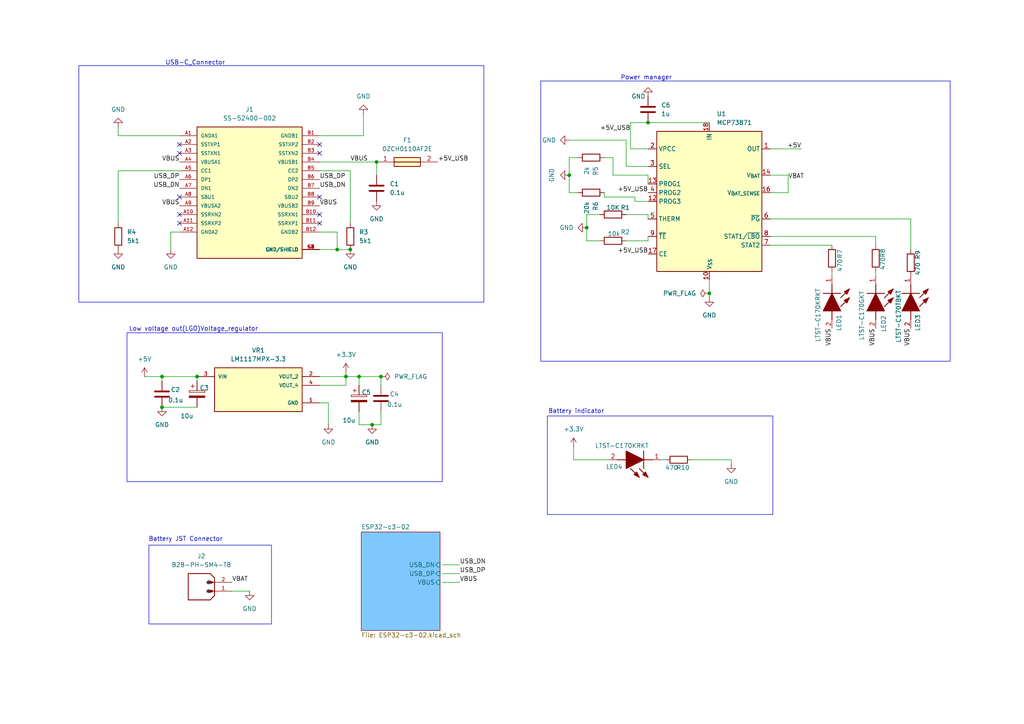
<source format=kicad_sch>
(kicad_sch (version 20250114) (generator "eeschema") (generator_version "9.0")
  (paper "A4")
  (title_block (title "Kowshik.pvt") (date "2025-08-17") (rev "ESP_32_s3"))
  (lib_symbols
    (symbol "0ZCH0110AF2E:0ZCH0110AF2E" (pin_names (hide yes))
      (property "Reference" "F" (at 13.97 6.35 0))
      (property "Value" "0ZCH0110AF2E" (at 13.97 3.81 0))
      (symbol "0ZCH0110AF2E_1_1"
        (rectangle (start 5.08 1.27) (end 12.7 -1.27) (stroke (width 0.254)) (fill (type background)))
        (polyline (pts (xy 5.08 0) (xy 12.7 0)) (stroke (width 0.254)))
        (pin passive line (at 0 0 0) (length 5.08) (name "1") (number "1"))
        (pin passive line (at 17.78 0 180) (length 5.08) (name "2") (number "2"))
      )
    )
    (symbol "B2B-PH-SM4-TB:B2B-PH-SM4-TB" (pin_names (offset 1.016))
      (property "Reference" "J" (at 0 6.35 0))
      (property "Value" "B2B-PH-SM4-TB" (at 0 -5.08 0))
      (symbol "B2B-PH-SM4-TB_0_0"
        (polyline (pts (xy 0 3.81) (xy 0 2.54)) (stroke (width 0.254)))
        (polyline (pts (xy 0 3.81) (xy 1.27 5.08)) (stroke (width 0.254)))
        (polyline (pts (xy 0 2.54) (xy 0 -1.27)) (stroke (width 0.254)))
        (polyline (pts (xy 0 2.54) (xy 1.905 2.54)) (stroke (width 0.254)))
        (polyline (pts (xy 0 0) (xy 1.905 0)) (stroke (width 0.254)))
        (polyline (pts (xy 0 -1.27) (xy 1.27 -2.54)) (stroke (width 0.254)))
        (rectangle (start 0.635 2.2225) (end 2.2225 2.8575) (stroke (width 0.1)) (fill (type outline)))
        (rectangle (start 0.635 -0.3175) (end 2.2225 0.3175) (stroke (width 0.1)) (fill (type outline)))
        (polyline (pts (xy 1.27 -2.54) (xy 7.62 -2.54)) (stroke (width 0.254)))
        (polyline (pts (xy 7.62 5.08) (xy 1.27 5.08)) (stroke (width 0.254)))
        (polyline (pts (xy 7.62 -2.54) (xy 7.62 5.08)) (stroke (width 0.254)))
        (pin passive line (at -5.08 2.54 0) (length 5.08) (name "1") (number "1"))
        (pin passive line (at -5.08 0 0) (length 5.08) (name "2") (number "2"))
      )
    )
    (symbol "Battery_Management:MCP73871"
      (property "Reference" "U" (at -7.62 24.13 0))
      (property "Value" "MCP73871" (at -15.24 21.59 0))
      (symbol "MCP73871_0_1"
        (rectangle (start -15.24 20.32) (end 15.24 -20.32) (stroke (width 0.254)) (fill (type background)))
      )
      (symbol "MCP73871_1_1"
        (pin input line (at -17.78 15.24 0) (length 2.54) (name "VPCC") (number "2"))
        (pin input line (at -17.78 10.16 0) (length 2.54) (name "SEL") (number "3"))
        (pin bidirectional line (at -17.78 5.08 0) (length 2.54) (name "PROG1") (number "13"))
        (pin input line (at -17.78 2.54 0) (length 2.54) (name "PROG2") (number "4"))
        (pin bidirectional line (at -17.78 0 0) (length 2.54) (name "PROG3") (number "12"))
        (pin bidirectional line (at -17.78 -5.08 0) (length 2.54) (name "THERM") (number "5"))
        (pin input line (at -17.78 -10.16 0) (length 2.54) (name "~{TE}") (number "9"))
        (pin input line (at -17.78 -15.24 0) (length 2.54) (name "CE") (number "17"))
        (pin power_in line (at 0 22.86 270) (length 2.54) (name "IN") (number "18"))
        (pin passive line (at 0 22.86 270) (length 2.54) (hide yes) (name "IN") (number "19"))
        (pin power_in line (at 0 -22.86 90) (length 2.54) (name "V_{SS}") (number "10"))
        (pin passive line (at 0 -22.86 90) (length 2.54) (hide yes) (name "V_{SS}") (number "11"))
        (pin passive line (at 0 -22.86 90) (length 2.54) (hide yes) (name "V_{SS}") (number "21"))
        (pin power_out line (at 17.78 15.24 180) (length 2.54) (name "OUT") (number "1"))
        (pin passive line (at 17.78 15.24 180) (length 2.54) (hide yes) (name "OUT") (number "20"))
        (pin power_out line (at 17.78 7.62 180) (length 2.54) (name "V_{BAT}") (number "14"))
        (pin passive line (at 17.78 7.62 180) (length 2.54) (hide yes) (name "V_{BAT}") (number "15"))
        (pin input line (at 17.78 2.54 180) (length 2.54) (name "V_{BAT_SENSE}") (number "16"))
        (pin open_collector line (at 17.78 -5.08 180) (length 2.54) (name "~{PG}") (number "6"))
        (pin open_collector line (at 17.78 -10.16 180) (length 2.54) (name "STAT1/~{LBO}") (number "8"))
        (pin open_collector line (at 17.78 -12.7 180) (length 2.54) (name "STAT2") (number "7"))
      )
    )
    (symbol "Device:C" (pin_numbers (hide yes)) (pin_names (offset 0.254))
      (property "Reference" "C" (at 0.635 2.54 0))
      (property "Value" "C" (at 0.635 -2.54 0))
      (symbol "C_0_1"
        (polyline (pts (xy -2.032 0.762) (xy 2.032 0.762)) (stroke (width 0.508)))
        (polyline (pts (xy -2.032 -0.762) (xy 2.032 -0.762)) (stroke (width 0.508)))
      )
      (symbol "C_1_1"
        (pin passive line (at 0 3.81 270) (length 2.794) (name "~") (number "1"))
        (pin passive line (at 0 -3.81 90) (length 2.794) (name "~") (number "2"))
      )
    )
    (symbol "Device:C_Polarized" (pin_numbers (hide yes)) (pin_names (offset 0.254))
      (property "Reference" "C" (at 0.635 2.54 0))
      (property "Value" "C_Polarized" (at 0.635 -2.54 0))
      (symbol "C_Polarized_0_1"
        (rectangle (start -2.286 0.508) (end 2.286 1.016))
        (polyline (pts (xy -1.778 2.286) (xy -0.762 2.286)))
        (polyline (pts (xy -1.27 2.794) (xy -1.27 1.778)))
        (rectangle (start 2.286 -0.508) (end -2.286 -1.016) (fill (type outline)))
      )
      (symbol "C_Polarized_1_1"
        (pin passive line (at 0 3.81 270) (length 2.794) (name "~") (number "1"))
        (pin passive line (at 0 -3.81 90) (length 2.794) (name "~") (number "2"))
      )
    )
    (symbol "Device:R" (pin_numbers (hide yes)) (pin_names (offset 0))
      (property "Reference" "R" (at 2.032 0 90))
      (property "Value" "R" (at 0 0 90))
      (symbol "R_0_1"
        (rectangle (start -1.016 -2.54) (end 1.016 2.54) (stroke (width 0.254)))
      )
      (symbol "R_1_1"
        (pin passive line (at 0 3.81 270) (length 1.27) (name "~") (number "1"))
        (pin passive line (at 0 -3.81 90) (length 1.27) (name "~") (number "2"))
      )
    )
    (symbol "LM1117MPX-3.3:LM1117MPX-3.3" (pin_names (offset 1.016))
      (property "Reference" "VR" (at -12.7 6.08 0))
      (property "Value" "LM1117MPX-3.3" (at -12.7 -9.08 0))
      (symbol "LM1117MPX-3.3_0_0"
        (rectangle (start -12.7 -7.62) (end 12.7 5.08) (stroke (width 0.254)) (fill (type background)))
        (pin power_in line (at -17.78 2.54 0) (length 5.08) (name "VIN") (number "3"))
        (pin power_in line (at 17.78 2.54 180) (length 5.08) (name "VOUT_2") (number "2"))
        (pin power_in line (at 17.78 0 180) (length 5.08) (name "VOUT_4") (number "4"))
        (pin power_in line (at 17.78 -5.08 180) (length 5.08) (name "GND") (number "1"))
      )
    )
    (symbol "LTST-C170GKT:LTST-C170GKT" (pin_names (hide yes))
      (property "Reference" "LED" (at 12.7 8.89 0))
      (property "Value" "LTST-C170GKT" (at 12.7 6.35 0))
      (symbol "LTST-C170GKT_1_1"
        (polyline (pts (xy 2.54 0) (xy 5.08 0)) (stroke (width 0.254)))
        (polyline (pts (xy 5.08 2.54) (xy 5.08 -2.54)) (stroke (width 0.254)))
        (polyline (pts (xy 5.08 0) (xy 10.16 2.54) (xy 10.16 -2.54) (xy 5.08 0)) (stroke (width 0.254)) (fill (type outline)))
        (polyline (pts (xy 5.334 4.318) (xy 4.572 3.556) (xy 3.81 5.08) (xy 5.334 4.318)) (stroke (width 0.254)) (fill (type outline)))
        (polyline (pts (xy 6.35 2.54) (xy 3.81 5.08)) (stroke (width 0.254)))
        (polyline (pts (xy 7.874 4.318) (xy 7.112 3.556) (xy 6.35 5.08) (xy 7.874 4.318)) (stroke (width 0.254)) (fill (type outline)))
        (polyline (pts (xy 8.89 2.54) (xy 6.35 5.08)) (stroke (width 0.254)))
        (polyline (pts (xy 10.16 0) (xy 12.7 0)) (stroke (width 0.254)))
        (pin passive line (at 0 0 0) (length 2.54) (name "K") (number "1"))
        (pin passive line (at 15.24 0 180) (length 2.54) (name "A") (number "2"))
      )
    )
    (symbol "LTST-C170KRKT:LTST-C170KRKT" (pin_names (hide yes))
      (property "Reference" "LED" (at 12.7 8.89 0))
      (property "Value" "LTST-C170KRKT" (at 12.7 6.35 0))
      (symbol "LTST-C170KRKT_1_1"
        (polyline (pts (xy 2.54 0) (xy 5.08 0)) (stroke (width 0.254)))
        (polyline (pts (xy 5.08 2.54) (xy 5.08 -2.54)) (stroke (width 0.254)))
        (polyline (pts (xy 5.08 0) (xy 10.16 2.54) (xy 10.16 -2.54) (xy 5.08 0)) (stroke (width 0.254)) (fill (type outline)))
        (polyline (pts (xy 5.334 4.318) (xy 4.572 3.556) (xy 3.81 5.08) (xy 5.334 4.318)) (stroke (width 0.254)) (fill (type outline)))
        (polyline (pts (xy 6.35 2.54) (xy 3.81 5.08)) (stroke (width 0.254)))
        (polyline (pts (xy 7.874 4.318) (xy 7.112 3.556) (xy 6.35 5.08) (xy 7.874 4.318)) (stroke (width 0.254)) (fill (type outline)))
        (polyline (pts (xy 8.89 2.54) (xy 6.35 5.08)) (stroke (width 0.254)))
        (polyline (pts (xy 10.16 0) (xy 12.7 0)) (stroke (width 0.254)))
        (pin passive line (at 0 0 0) (length 2.54) (name "K") (number "1"))
        (pin passive line (at 15.24 0 180) (length 2.54) (name "A") (number "2"))
      )
    )
    (symbol "LTST-C170TBKT:LTST-C170TBKT" (pin_names (hide yes))
      (property "Reference" "LED" (at 12.7 8.89 0))
      (property "Value" "LTST-C170TBKT" (at 12.7 6.35 0))
      (symbol "LTST-C170TBKT_1_1"
        (polyline (pts (xy 2.54 0) (xy 5.08 0)) (stroke (width 0.254)))
        (polyline (pts (xy 5.08 2.54) (xy 5.08 -2.54)) (stroke (width 0.254)))
        (polyline (pts (xy 5.08 0) (xy 10.16 2.54) (xy 10.16 -2.54) (xy 5.08 0)) (stroke (width 0.254)) (fill (type outline)))
        (polyline (pts (xy 5.334 4.318) (xy 4.572 3.556) (xy 3.81 5.08) (xy 5.334 4.318)) (stroke (width 0.254)) (fill (type outline)))
        (polyline (pts (xy 6.35 2.54) (xy 3.81 5.08)) (stroke (width 0.254)))
        (polyline (pts (xy 7.874 4.318) (xy 7.112 3.556) (xy 6.35 5.08) (xy 7.874 4.318)) (stroke (width 0.254)) (fill (type outline)))
        (polyline (pts (xy 8.89 2.54) (xy 6.35 5.08)) (stroke (width 0.254)))
        (polyline (pts (xy 10.16 0) (xy 12.7 0)) (stroke (width 0.254)))
        (pin passive line (at 0 0 0) (length 2.54) (name "K") (number "1"))
        (pin passive line (at 15.24 0 180) (length 2.54) (name "A") (number "2"))
      )
    )
    (symbol "SS-52400-002:SS-52400-002" (pin_names (offset 1.016))
      (property "Reference" "J" (at -15.24 19.05 0))
      (property "Value" "SS-52400-002" (at -15.24 -22.86 0))
      (symbol "SS-52400-002_0_0"
        (rectangle (start -15.24 -20.32) (end 15.24 17.78) (stroke (width 0.254)) (fill (type background)))
        (pin power_in line (at -20.32 15.24 0) (length 5.08) (name "GNDA1") (number "A1"))
        (pin bidirectional line (at -20.32 12.7 0) (length 5.08) (name "SSTXP1") (number "A2"))
        (pin bidirectional line (at -20.32 10.16 0) (length 5.08) (name "SSTXN1") (number "A3"))
        (pin power_in line (at -20.32 7.62 0) (length 5.08) (name "VBUSA1") (number "A4"))
        (pin bidirectional line (at -20.32 5.08 0) (length 5.08) (name "CC1") (number "A5"))
        (pin bidirectional line (at -20.32 2.54 0) (length 5.08) (name "DP1") (number "A6"))
        (pin bidirectional line (at -20.32 0 0) (length 5.08) (name "DN1") (number "A7"))
        (pin bidirectional line (at -20.32 -2.54 0) (length 5.08) (name "SBU1") (number "A8"))
        (pin power_in line (at -20.32 -5.08 0) (length 5.08) (name "VBUSA2") (number "A9"))
        (pin bidirectional line (at -20.32 -7.62 0) (length 5.08) (name "SSRXN2") (number "A10"))
        (pin bidirectional line (at -20.32 -10.16 0) (length 5.08) (name "SSRXP2") (number "A11"))
        (pin power_in line (at -20.32 -12.7 0) (length 5.08) (name "GNDA2") (number "A12"))
        (pin power_in line (at 20.32 15.24 180) (length 5.08) (name "GNDB1") (number "B1"))
        (pin bidirectional line (at 20.32 12.7 180) (length 5.08) (name "SSTXP2") (number "B2"))
        (pin bidirectional line (at 20.32 10.16 180) (length 5.08) (name "SSTXN2") (number "B3"))
        (pin power_in line (at 20.32 7.62 180) (length 5.08) (name "VBUSB1") (number "B4"))
        (pin bidirectional line (at 20.32 5.08 180) (length 5.08) (name "CC2") (number "B5"))
        (pin bidirectional line (at 20.32 2.54 180) (length 5.08) (name "DP2") (number "B6"))
        (pin bidirectional line (at 20.32 0 180) (length 5.08) (name "DN2") (number "B7"))
        (pin bidirectional line (at 20.32 -2.54 180) (length 5.08) (name "SBU2") (number "B8"))
        (pin power_in line (at 20.32 -5.08 180) (length 5.08) (name "VBUSB2") (number "B9"))
        (pin bidirectional line (at 20.32 -7.62 180) (length 5.08) (name "SSRXN1") (number "B10"))
        (pin bidirectional line (at 20.32 -10.16 180) (length 5.08) (name "SSRXP1") (number "B11"))
        (pin power_in line (at 20.32 -12.7 180) (length 5.08) (name "GNDB2") (number "B12"))
        (pin power_in line (at 20.32 -17.78 180) (length 5.08) (name "GND/SHIELD") (number "G1"))
        (pin power_in line (at 20.32 -17.78 180) (length 5.08) (name "GND/SHIELD") (number "G2"))
        (pin power_in line (at 20.32 -17.78 180) (length 5.08) (name "GND/SHIELD") (number "G3"))
        (pin power_in line (at 20.32 -17.78 180) (length 5.08) (name "GND/SHIELD") (number "G4"))
        (pin power_in line (at 20.32 -17.78 180) (length 5.08) (name "GND/SHIELD") (number "S1"))
        (pin power_in line (at 20.32 -17.78 180) (length 5.08) (name "GND/SHIELD") (number "S2"))
        (pin power_in line (at 20.32 -17.78 180) (length 5.08) (name "GND/SHIELD") (number "S3"))
        (pin power_in line (at 20.32 -17.78 180) (length 5.08) (name "GND/SHIELD") (number "S4"))
      )
    )
    (symbol "power:+3.3V" (power) (pin_numbers (hide yes)) (pin_names (offset 0) (hide yes))
      (property "Value" "+3.3V" (at 0 3.556 0))
      (symbol "+3.3V_0_1"
        (polyline (pts (xy -0.762 1.27) (xy 0 2.54)))
        (polyline (pts (xy 0 2.54) (xy 0.762 1.27)))
        (polyline (pts (xy 0 0) (xy 0 2.54)))
      )
      (symbol "+3.3V_1_1"
        (pin power_in line (at 0 0 90) (length 0) (name "~") (number "1"))
      )
    )
    (symbol "power:+5V" (power) (pin_numbers (hide yes)) (pin_names (offset 0) (hide yes))
      (property "Value" "+5V" (at 0 3.556 0))
      (symbol "+5V_0_1"
        (polyline (pts (xy -0.762 1.27) (xy 0 2.54)))
        (polyline (pts (xy 0 2.54) (xy 0.762 1.27)))
        (polyline (pts (xy 0 0) (xy 0 2.54)))
      )
      (symbol "+5V_1_1"
        (pin power_in line (at 0 0 90) (length 0) (name "~") (number "1"))
      )
    )
    (symbol "power:GND" (power) (pin_numbers (hide yes)) (pin_names (offset 0) (hide yes))
      (property "Value" "GND" (at 0 -3.81 0))
      (symbol "GND_0_1"
        (polyline (pts (xy 0 0) (xy 0 -1.27) (xy 1.27 -1.27) (xy 0 -2.54) (xy -1.27 -1.27) (xy 0 -1.27)))
      )
      (symbol "GND_1_1"
        (pin power_in line (at 0 0 270) (length 0) (name "~") (number "1"))
      )
    )
    (symbol "power:PWR_FLAG" (power) (pin_numbers (hide yes)) (pin_names (offset 0) (hide yes))
      (property "Value" "PWR_FLAG" (at 0 3.81 0))
      (symbol "PWR_FLAG_0_0"
        (pin power_out line (at 0 0 90) (length 0) (name "~") (number "1"))
      )
      (symbol "PWR_FLAG_0_1"
        (polyline (pts (xy 0 0) (xy 0 1.27) (xy -1.016 1.905) (xy 0 2.54) (xy 1.016 1.905) (xy 0 1.27)))
      )
    )
  )
  (rectangle (start 22.86 19.05) (end 140.335 87.63))
  (rectangle (start 156.845 23.495) (end 275.59 104.775))
  (rectangle (start 36.83 96.52) (end 128.27 139.7))
  (rectangle (start 158.75 120.65) (end 224.155 149.225))
  (rectangle (start 43.18 158.115) (end 78.74 180.975))
  (text "Power manager" (at 187.452 22.606 0) (effects (font (size 1.27 1.27))))
  (text "Battery indicator\n" (at 167.132 119.38 0) (effects (font (size 1.27 1.27))))
  (text "Low voltage out(LGO)Voltage_regulator" (at 56.134 95.504 0) (effects (font (size 1.27 1.27))))
  (text "Battery JST Connector" (at 53.848 156.464 0) (effects (font (size 1.27 1.27))))
  (text "USB-C_Connector" (at 56.642 18.288 0) (effects (font (size 1.27 1.27))))
  (junction (at 57.15 109.22))
  (junction (at 187.96 35.56))
  (junction (at 109.22 46.99))
  (junction (at 107.95 123.19))
  (junction (at 101.6 72.39))
  (junction (at 110.49 109.22))
  (junction (at 165.1 50.8))
  (junction (at 104.14 109.22))
  (junction (at 100.33 109.22))
  (junction (at 46.99 118.11))
  (junction (at 205.74 85.09))
  (junction (at 170.18 66.04))
  (junction (at 46.99 109.22))
  (junction (at 97.79 72.39))
  (no_connect (at 52.07 57.15))
  (no_connect (at 92.71 64.77))
  (no_connect (at 92.71 62.23))
  (no_connect (at 52.07 62.23))
  (no_connect (at 92.71 41.91))
  (no_connect (at 52.07 44.45))
  (no_connect (at 92.71 44.45))
  (no_connect (at 92.71 57.15))
  (no_connect (at 52.07 41.91))
  (no_connect (at 52.07 64.77))
  (wire (pts (xy 177.8 50.8) (xy 187.96 50.8)))
  (wire (pts (xy 128.27 168.91) (xy 133.35 168.91)))
  (wire (pts (xy 166.37 133.35) (xy 176.53 133.35)))
  (wire (pts (xy 177.8 45.72) (xy 175.26 45.72)))
  (wire (pts (xy 187.96 48.26) (xy 181.61 48.26)))
  (wire (pts (xy 187.96 35.56) (xy 205.74 35.56)))
  (wire (pts (xy 109.22 46.99) (xy 109.22 50.8)))
  (wire (pts (xy 167.64 45.72) (xy 165.1 45.72)))
  (wire (pts (xy 128.27 163.83) (xy 133.35 163.83)))
  (wire (pts (xy 104.14 111.76) (xy 104.14 109.22)))
  (wire (pts (xy 165.1 40.64) (xy 181.61 40.64)))
  (wire (pts (xy 52.07 67.31) (xy 49.53 67.31)))
  (wire (pts (xy 205.74 81.28) (xy 205.74 85.09)))
  (wire (pts (xy 187.96 69.85) (xy 181.61 69.85)))
  (wire (pts (xy 46.99 118.11) (xy 57.15 118.11)))
  (wire (pts (xy 92.71 67.31) (xy 97.79 67.31)))
  (wire (pts (xy 92.71 116.84) (xy 95.25 116.84)))
  (wire (pts (xy 104.14 123.19) (xy 107.95 123.19)))
  (wire (pts (xy 104.14 109.22) (xy 100.33 109.22)))
  (wire (pts (xy 182.88 35.56) (xy 187.96 35.56)))
  (wire (pts (xy 170.18 62.23) (xy 173.99 62.23)))
  (wire (pts (xy 223.52 68.58) (xy 254 68.58)))
  (wire (pts (xy 95.25 116.84) (xy 95.25 123.19)))
  (wire (pts (xy 264.16 72.39) (xy 264.16 63.5)))
  (wire (pts (xy 52.07 49.53) (xy 34.29 49.53)))
  (wire (pts (xy 187.96 50.8) (xy 187.96 53.34)))
  (wire (pts (xy 181.61 48.26) (xy 181.61 40.64)))
  (wire (pts (xy 205.74 85.09) (xy 205.74 86.36)))
  (wire (pts (xy 165.1 45.72) (xy 165.1 50.8)))
  (wire (pts (xy 254 78.74) (xy 254 80.01)))
  (wire (pts (xy 165.1 50.8) (xy 165.1 55.88)))
  (wire (pts (xy 191.77 133.35) (xy 193.04 133.35)))
  (wire (pts (xy 170.18 69.85) (xy 170.18 66.04)))
  (wire (pts (xy 184.15 58.42) (xy 184.15 57.15)))
  (wire (pts (xy 241.3 80.01) (xy 241.3 78.74)))
  (wire (pts (xy 92.71 46.99) (xy 109.22 46.99)))
  (wire (pts (xy 170.18 66.04) (xy 170.18 62.23)))
  (wire (pts (xy 100.33 111.76) (xy 100.33 109.22)))
  (wire (pts (xy 46.99 109.22) (xy 46.99 110.49)))
  (wire (pts (xy 52.07 39.37) (xy 34.29 39.37)))
  (wire (pts (xy 92.71 49.53) (xy 101.6 49.53)))
  (wire (pts (xy 100.33 109.22) (xy 100.33 107.95)))
  (wire (pts (xy 107.95 123.19) (xy 110.49 123.19)))
  (wire (pts (xy 175.26 57.15) (xy 175.26 55.88)))
  (wire (pts (xy 67.31 171.45) (xy 72.39 171.45)))
  (wire (pts (xy 41.91 109.22) (xy 46.99 109.22)))
  (wire (pts (xy 187.96 68.58) (xy 187.96 69.85)))
  (wire (pts (xy 223.52 71.12) (xy 241.3 71.12)))
  (wire (pts (xy 105.41 33.02) (xy 105.41 39.37)))
  (wire (pts (xy 97.79 72.39) (xy 101.6 72.39)))
  (wire (pts (xy 104.14 119.38) (xy 104.14 123.19)))
  (wire (pts (xy 212.09 133.35) (xy 212.09 134.62)))
  (wire (pts (xy 173.99 69.85) (xy 170.18 69.85)))
  (wire (pts (xy 228.6 55.88) (xy 228.6 50.8)))
  (wire (pts (xy 49.53 67.31) (xy 49.53 72.39)))
  (wire (pts (xy 101.6 49.53) (xy 101.6 64.77)))
  (wire (pts (xy 200.66 133.35) (xy 212.09 133.35)))
  (wire (pts (xy 92.71 109.22) (xy 100.33 109.22)))
  (wire (pts (xy 57.15 109.22) (xy 57.15 110.49)))
  (wire (pts (xy 184.15 57.15) (xy 175.26 57.15)))
  (wire (pts (xy 92.71 72.39) (xy 97.79 72.39)))
  (wire (pts (xy 264.16 63.5) (xy 223.52 63.5)))
  (wire (pts (xy 228.6 50.8) (xy 223.52 50.8)))
  (wire (pts (xy 187.96 43.18) (xy 182.88 43.18)))
  (wire (pts (xy 254 71.12) (xy 254 68.58)))
  (wire (pts (xy 34.29 49.53) (xy 34.29 64.77)))
  (wire (pts (xy 187.96 62.23) (xy 187.96 63.5)))
  (wire (pts (xy 110.49 119.38) (xy 110.49 123.19)))
  (wire (pts (xy 166.37 129.54) (xy 166.37 133.35)))
  (wire (pts (xy 181.61 62.23) (xy 187.96 62.23)))
  (wire (pts (xy 92.71 111.76) (xy 100.33 111.76)))
  (wire (pts (xy 110.49 111.76) (xy 110.49 109.22)))
  (wire (pts (xy 223.52 55.88) (xy 228.6 55.88)))
  (wire (pts (xy 128.27 166.37) (xy 133.35 166.37)))
  (wire (pts (xy 177.8 45.72) (xy 177.8 50.8)))
  (wire (pts (xy 187.96 58.42) (xy 184.15 58.42)))
  (wire (pts (xy 223.52 43.18) (xy 232.41 43.18)))
  (wire (pts (xy 46.99 109.22) (xy 57.15 109.22)))
  (wire (pts (xy 92.71 39.37) (xy 105.41 39.37)))
  (wire (pts (xy 97.79 67.31) (xy 97.79 72.39)))
  (wire (pts (xy 34.29 39.37) (xy 34.29 36.83)))
  (wire (pts (xy 110.49 109.22) (xy 104.14 109.22)))
  (wire (pts (xy 182.88 43.18) (xy 182.88 35.56)))
  (wire (pts (xy 165.1 55.88) (xy 167.64 55.88)))
  (label "+5V_USB" (at 127 46.99 0))
  (label "+5V" (at 232.41 43.18 180))
  (label "VBUS" (at 133.35 168.91 0))
  (label "VBUS" (at 101.6 46.99 0))
  (label "+5V_USB" (at 187.96 55.88 180))
  (label "+5V_USB" (at 182.88 38.1 180))
  (label "VBAT" (at 228.6 52.07 0))
  (label "USB_DN" (at 52.07 54.61 180))
  (label "+5V_USB" (at 187.96 73.66 180))
  (label "VBUS" (at 241.3 95.25 270))
  (label "USB_DN" (at 133.35 163.83 0))
  (label "USB_DN" (at 92.71 54.61 0))
  (label "VBUS" (at 92.71 59.69 0))
  (label "VBUS" (at 254 95.25 270))
  (label "USB_DP" (at 92.71 52.07 0))
  (label "VBUS" (at 52.07 59.69 180))
  (label "VBUS" (at 52.07 46.99 180))
  (label "USB_DP" (at 133.35 166.37 0))
  (label "VBAT" (at 67.31 168.91 0))
  (label "VBUS" (at 264.16 95.25 270))
  (label "USB_DP" (at 52.07 52.07 180))
  (symbol (lib_id "Device:C") (at 187.96 31.75 0) (unit 1)
    (property "Reference" "C6" (at 191.77 30.4799 0) (effects (justify left)))
    (property "Value" "1u" (at 191.77 33.0199 0) (effects (justify left)))
    (property "Description" "Unpolarized capacitor" (effects (hide yes)))
  )
  (symbol (lib_id "Device:C_Polarized") (at 57.15 114.3 0) (unit 1)
    (property "Reference" "C3" (at 57.912 112.522 0) (effects (justify left)))
    (property "Value" "10u" (at 52.324 120.65 0) (effects (justify left)))
    (property "Description" "Polarized capacitor" (effects (hide yes)))
  )
  (symbol (lib_id "Device:R") (at 171.45 55.88 270) (unit 1)
    (property "Reference" "R6" (at 172.7201 58.42 0) (effects (justify left)))
    (property "Value" "20k" (at 170.1801 58.42 0) (effects (justify left)))
    (property "Description" "Resistor" (effects (hide yes)))
  )
  (symbol (lib_id "power:PWR_FLAG") (at 110.49 109.22 270) (unit 1)
    (property "Reference" "#FLG02" (effects (hide yes)))
    (property "Value" "PWR_FLAG" (at 114.3 109.2199 90) (effects (justify left)))
    (property "Description" "Special symbol for telling ERC where power comes from" (effects (hide yes)))
  )
  (symbol (lib_id "power:GND") (at 187.96 27.94 180) (unit 1)
    (property "Reference" "#PWR010" (effects (hide yes)))
    (property "Value" "GND" (at 185.166 27.94 0))
    (property "Description" "Power symbol creates a global label with name \"GND\" , ground" (effects (hide yes)))
  )
  (symbol (lib_id "Device:C_Polarized") (at 104.14 115.57 0) (unit 1)
    (property "Reference" "C5" (at 104.902 113.792 0) (effects (justify left)))
    (property "Value" "10u" (at 99.314 121.92 0) (effects (justify left)))
    (property "Description" "Polarized capacitor" (effects (hide yes)))
  )
  (symbol (lib_id "power:GND") (at 212.09 134.62 0) (unit 1)
    (property "Reference" "#PWR018" (effects (hide yes)))
    (property "Value" "GND" (at 212.09 139.7 0))
    (property "Description" "Power symbol creates a global label with name \"GND\" , ground" (effects (hide yes)))
  )
  (symbol (lib_id "Battery_Management:MCP73871") (at 205.74 58.42 0) (unit 1)
    (property "Reference" "U1" (at 207.8833 33.02 0) (effects (justify left)))
    (property "Value" "MCP73871" (at 207.8833 35.56 0) (effects (justify left)))
    (property "Footprint" "Package_DFN_QFN:QFN-20-1EP_4x4mm_P0.5mm_EP2.5x2.5mm" (effects (hide yes)))
    (property "Datasheet" "http://www.mouser.com/ds/2/268/22090a-52174.pdf" (effects (hide yes)))
    (property "Description" "Single cell, Li-Ion/Li-Po charge management controller" (effects (hide yes)))
  )
  (symbol (lib_id "Device:R") (at 177.8 62.23 90) (unit 1)
    (property "Reference" "R1" (at 181.356 60.198 90))
    (property "Value" "10K" (at 177.8 60.198 90))
    (property "Description" "Resistor" (effects (hide yes)))
  )
  (symbol (lib_id "power:GND") (at 34.29 36.83 180) (unit 1)
    (property "Reference" "#PWR06" (effects (hide yes)))
    (property "Value" "GND" (at 34.29 31.75 0))
    (property "Description" "Power symbol creates a global label with name \"GND\" , ground" (effects (hide yes)))
  )
  (symbol (lib_id "Device:C") (at 46.99 114.3 0) (unit 1)
    (property "Reference" "C2" (at 49.53 113.03 0) (effects (justify left)))
    (property "Value" "0.1u" (at 48.768 116.078 0) (effects (justify left)))
    (property "Description" "Unpolarized capacitor" (effects (hide yes)))
  )
  (symbol (lib_id "power:GND") (at 46.99 118.11 0) (unit 1)
    (property "Reference" "#PWR011" (effects (hide yes)))
    (property "Value" "GND" (at 46.99 123.19 0))
    (property "Description" "Power symbol creates a global label with name \"GND\" , ground" (effects (hide yes)))
  )
  (symbol (lib_id "Device:R") (at 241.3 74.93 0) (unit 1)
    (property "Reference" "R7" (at 243.586 73.66 90))
    (property "Value" "470" (at 243.586 76.962 90))
    (property "Description" "Resistor" (effects (hide yes)))
  )
  (symbol (lib_id "power:GND") (at 107.95 123.19 0) (unit 1)
    (property "Reference" "#PWR013" (effects (hide yes)))
    (property "Value" "GND" (at 107.95 128.27 0))
    (property "Description" "Power symbol creates a global label with name \"GND\" , ground" (effects (hide yes)))
  )
  (symbol (lib_id "power:GND") (at 49.53 72.39 0) (unit 1)
    (property "Reference" "#PWR05" (effects (hide yes)))
    (property "Value" "GND" (at 49.53 77.47 0))
    (property "Description" "Power symbol creates a global label with name \"GND\" , ground" (effects (hide yes)))
  )
  (symbol (lib_id "power:GND") (at 165.1 40.64 270) (unit 1)
    (property "Reference" "#PWR054" (effects (hide yes)))
    (property "Value" "GND" (at 161.29 40.6399 90) (effects (justify right)))
    (property "Description" "Power symbol creates a global label with name \"GND\" , ground" (effects (hide yes)))
  )
  (symbol (lib_id "power:PWR_FLAG") (at 205.74 85.09 90) (unit 1)
    (property "Reference" "#FLG01" (effects (hide yes)))
    (property "Value" "PWR_FLAG" (at 201.93 85.0899 90) (effects (justify left)))
    (property "Description" "Special symbol for telling ERC where power comes from" (effects (hide yes)))
  )
  (symbol (lib_id "Device:C") (at 109.22 54.61 0) (unit 1)
    (property "Reference" "C1" (at 113.03 53.3399 0) (effects (justify left)))
    (property "Value" "0.1u" (at 113.03 55.8799 0) (effects (justify left)))
    (property "Description" "Unpolarized capacitor" (effects (hide yes)))
  )
  (symbol (lib_id "SS-52400-002:SS-52400-002") (at 72.39 54.61 0) (unit 1)
    (property "Reference" "J1" (at 72.39 31.75 0))
    (property "Value" "SS-52400-002" (at 72.39 34.29 0))
    (property "Footprint" "SS-52400-002:BELFUSE_SS-52400-002" (effects (hide yes)))
    (property "MF" "Bel Fuse" (effects (hide yes)))
    (property "MAXIMUM_PACKAGE_HEIGHT" "2.96 mm" (effects (hide yes)))
    (property "Package" "None" (effects (hide yes)))
    (property "Price" "None" (effects (hide yes)))
    (property "Check_prices" "https://www.snapeda.com/parts/SS-52400-002/Bel+Circuit+Protection/view-part/?ref=eda" (effects (hide yes)))
    (property "STANDARD" "Manufacturer Recommendations" (effects (hide yes)))
    (property "PARTREV" "A0" (effects (hide yes)))
    (property "SnapEDA_Link" "https://www.snapeda.com/parts/SS-52400-002/Bel+Circuit+Protection/view-part/?ref=snap" (effects (hide yes)))
    (property "MP" "SS-52400-002" (effects (hide yes)))
    (property "Description_1" "USB Type-C Connector | USB 3.1 | 1 Port | Right Angle Receptacle | Shielded | 0.039 in (1.00mm) PCB Thickness" (effects (hide yes)))
    (property "Availability" "In Stock" (effects (hide yes)))
    (property "MANUFACTURER" "BelFuse" (effects (hide yes)))
  )
  (symbol (lib_id "Device:R") (at 101.6 68.58 0) (unit 1)
    (property "Reference" "R3" (at 104.14 67.3099 0) (effects (justify left)))
    (property "Value" "5k1" (at 104.14 69.8499 0) (effects (justify left)))
    (property "Description" "Resistor" (effects (hide yes)))
  )
  (symbol (lib_id "LTST-C170GKT:LTST-C170GKT") (at 254 80.01 270) (unit 1)
    (property "Reference" "LED2" (at 256.286 91.44 0) (effects (justify left)))
    (property "Value" "LTST-C170GKT" (at 249.936 84.328 0) (effects (justify left)))
    (property "Footprint" "LEDC2012X120N" (effects (hide yes)))
    (property "Datasheet" "https://mm.digikey.com/Volume0/opasdata/d220001/medias/docus/895/LTST-C170GKT.pdf" (effects (hide yes)))
    (property "Description" "LED,SMD,0805,Green,6mcd,130deg Lite-On LTST-C170GKT, CHIPLED 0805 Series Green LED, 569 nm 2012 (0805), Rectangle Lens SMD package" (effects (hide yes)))
    (property "Height" "1.2" (effects (hide yes)))
    (property "Manufacturer_Name" "Lite-On" (effects (hide yes)))
    (property "Manufacturer_Part_Number" "LTST-C170GKT" (effects (hide yes)))
    (property "Mouser Part Number" "859-LTST-C170GKT" (effects (hide yes)))
    (property "Mouser Price/Stock" "https://www.mouser.co.uk/ProductDetail/Lite-On/LTST-C170GKT?qs=%2FSqKn2EfXQSV5aRij3YIfQ%3D%3D" (effects (hide yes)))
    (property "Arrow Part Number" "LTST-C170GKT" (effects (hide yes)))
    (property "Arrow Price/Stock" "https://www.arrow.com/en/products/ltst-c170gkt/lite-on-technology?utm_currency=USD&region=nac" (effects (hide yes)))
  )
  (symbol (lib_id "power:GND") (at 109.22 58.42 0) (unit 1)
    (property "Reference" "#PWR08" (effects (hide yes)))
    (property "Value" "GND" (at 109.22 63.5 0))
    (property "Description" "Power symbol creates a global label with name \"GND\" , ground" (effects (hide yes)))
  )
  (symbol (lib_id "Device:R") (at 264.16 76.2 0) (unit 1)
    (property "Reference" "R9" (at 266.192 73.914 90))
    (property "Value" "470" (at 266.192 77.978 90))
    (property "Description" "Resistor" (effects (hide yes)))
  )
  (symbol (lib_id "power:GND") (at 105.41 33.02 180) (unit 1)
    (property "Reference" "#PWR07" (effects (hide yes)))
    (property "Value" "GND" (at 105.41 27.94 0))
    (property "Description" "Power symbol creates a global label with name \"GND\" , ground" (effects (hide yes)))
  )
  (symbol (lib_id "B2B-PH-SM4-TB:B2B-PH-SM4-TB") (at 62.23 168.91 180) (unit 1)
    (property "Reference" "J2" (at 58.42 161.29 0))
    (property "Value" "B2B-PH-SM4-TB" (at 58.42 163.83 0))
    (property "Footprint" "B2B-PH-SM4-TB:JST_B2B-PH-SM4-TB" (effects (hide yes)))
    (property "MF" "JST" (effects (hide yes)))
    (property "MAXIMUM_PACKAGE_HEIGHT" "6.6 mm" (effects (hide yes)))
    (property "Package" "NON STANDARD-2 JST" (effects (hide yes)))
    (property "Price" "None" (effects (hide yes)))
    (property "Check_prices" "https://www.snapeda.com/parts/B2B-PH-SM4-TB/JST/view-part/?ref=eda" (effects (hide yes)))
    (property "STANDARD" "Manufacturer Recommendations" (effects (hide yes)))
    (property "PARTREV" "N/A" (effects (hide yes)))
    (property "SnapEDA_Link" "https://www.snapeda.com/parts/B2B-PH-SM4-TB/JST/view-part/?ref=snap" (effects (hide yes)))
    (property "MP" "B2B-PH-SM4-TB" (effects (hide yes)))
    (property "Description_1" "Connector Header Surface Mount 2 position 0.079 (2.00mm)" (effects (hide yes)))
    (property "Availability" "In Stock" (effects (hide yes)))
    (property "MANUFACTURER" "JST" (effects (hide yes)))
  )
  (symbol (lib_id "power:GND") (at 205.74 86.36 0) (unit 1)
    (property "Reference" "#PWR09" (effects (hide yes)))
    (property "Value" "GND" (at 205.74 91.44 0))
    (property "Description" "Power symbol creates a global label with name \"GND\" , ground" (effects (hide yes)))
  )
  (symbol (lib_id "power:+5V") (at 41.91 109.22 0) (unit 1)
    (property "Reference" "#PWR015" (effects (hide yes)))
    (property "Value" "+5V" (at 41.91 104.14 0))
    (property "Description" "Power symbol creates a global label with name \"+5V\"" (effects (hide yes)))
  )
  (symbol (lib_id "Device:R") (at 177.8 69.85 90) (unit 1)
    (property "Reference" "R2" (at 181.356 67.31 90))
    (property "Value" "10k" (at 178.054 67.818 90))
    (property "Description" "Resistor" (effects (hide yes)))
  )
  (symbol (lib_id "Device:C") (at 110.49 115.57 0) (unit 1)
    (property "Reference" "C4" (at 113.03 114.3 0) (effects (justify left)))
    (property "Value" "0.1u" (at 112.268 117.348 0) (effects (justify left)))
    (property "Description" "Unpolarized capacitor" (effects (hide yes)))
  )
  (symbol (lib_id "power:GND") (at 34.29 72.39 0) (unit 1)
    (property "Reference" "#PWR04" (effects (hide yes)))
    (property "Value" "GND" (at 34.29 77.47 0))
    (property "Description" "Power symbol creates a global label with name \"GND\" , ground" (effects (hide yes)))
  )
  (symbol (lib_id "power:+3.3V") (at 100.33 107.95 0) (unit 1)
    (property "Reference" "#PWR012" (effects (hide yes)))
    (property "Value" "+3.3V" (at 100.33 102.87 0))
    (property "Description" "Power symbol creates a global label with name \"+3.3V\"" (effects (hide yes)))
  )
  (symbol (lib_id "power:GND") (at 170.18 66.04 270) (unit 1)
    (property "Reference" "#PWR01" (effects (hide yes)))
    (property "Value" "GND" (at 166.37 66.0399 90) (effects (justify right)))
    (property "Description" "Power symbol creates a global label with name \"GND\" , ground" (effects (hide yes)))
  )
  (symbol (lib_id "Device:R") (at 254 74.93 0) (unit 1)
    (property "Reference" "R8" (at 256.032 73.406 90))
    (property "Value" "470" (at 256.032 76.454 90))
    (property "Description" "Resistor" (effects (hide yes)))
  )
  (symbol (lib_id "power:GND") (at 72.39 171.45 0) (unit 1)
    (property "Reference" "#PWR016" (effects (hide yes)))
    (property "Value" "GND" (at 72.39 176.53 0))
    (property "Description" "Power symbol creates a global label with name \"GND\" , ground" (effects (hide yes)))
  )
  (symbol (lib_id "LTST-C170KRKT:LTST-C170KRKT") (at 191.77 133.35 180) (unit 1)
    (property "Reference" "LED4" (at 180.594 135.382 0) (effects (justify left)))
    (property "Value" "LTST-C170KRKT" (at 188.214 129.286 0) (effects (justify left)))
    (property "Footprint" "LEDC2012X120N" (effects (hide yes)))
    (property "Datasheet" "https://componentsearchengine.com/Datasheets/1/LTST-C170KRKT.pdf" (effects (hide yes)))
    (property "Description" "Standard LEDs - SMD Red Clear 631nm" (effects (hide yes)))
    (property "Height" "1.2" (effects (hide yes)))
    (property "Manufacturer_Name" "Lite-On" (effects (hide yes)))
    (property "Manufacturer_Part_Number" "LTST-C170KRKT" (effects (hide yes)))
    (property "Mouser Part Number" "859-LTST-C170KRKT" (effects (hide yes)))
    (property "Mouser Price/Stock" "https://www.mouser.co.uk/ProductDetail/Lite-On/LTST-C170KRKT?qs=NUb82WqeCyrVOID%2Fxt4rgA%3D%3D" (effects (hide yes)))
    (property "Arrow Part Number" "LTST-C170KRKT" (effects (hide yes)))
    (property "Arrow Price/Stock" "https://www.arrow.com/en/products/ltst-c170krkt/lite-on-technology?utm_currency=USD&region=nac" (effects (hide yes)))
  )
  (symbol (lib_id "LM1117MPX-3.3:LM1117MPX-3.3") (at 74.93 111.76 0) (unit 1)
    (property "Reference" "VR1" (at 74.93 101.6 0))
    (property "Value" "LM1117MPX-3.3" (at 74.93 104.14 0))
    (property "Footprint" "LM1117MPX-3.3:VREG_LM1117MPX-3.3" (effects (hide yes)))
    (property "MF" "onsemi" (effects (hide yes)))
    (property "DESCRIPTION" "800-mA 15-V linear voltage regulator 4-SOT-223" (effects (hide yes)))
    (property "PACKAGE" "SOT-223-4 Texas Instruments" (effects (hide yes)))
    (property "PRICE" "None" (effects (hide yes)))
    (property "Package" "SOT-223-4 ON Semiconductor" (effects (hide yes)))
    (property "Check_prices" "https://www.snapeda.com/parts/LM1117MPX-33NOPB/Onsemi/view-part/?ref=eda" (effects (hide yes)))
    (property "Price" "None" (effects (hide yes)))
    (property "SnapEDA_Link" "https://www.snapeda.com/parts/LM1117MPX-33NOPB/Onsemi/view-part/?ref=snap" (effects (hide yes)))
    (property "MP" "LM1117MPX-33NOPB" (effects (hide yes)))
    (property "Description_1" "Linear Voltage Regulator IC Positive Fixed 1 Output 800mA SOT-223" (effects (hide yes)))
    (property "Availability" "In Stock" (effects (hide yes)))
    (property "AVAILABILITY" "Warning" (effects (hide yes)))
    (property "PURCHASE-URL" "https://pricing.snapeda.com/search/part/LM1117MPX-3.3/?ref=eda" (effects (hide yes)))
  )
  (symbol (lib_id "power:GND") (at 165.1 50.8 270) (unit 1)
    (property "Reference" "#PWR02" (effects (hide yes)))
    (property "Value" "GND" (at 160.02 50.8 0))
    (property "Description" "Power symbol creates a global label with name \"GND\" , ground" (effects (hide yes)))
  )
  (symbol (lib_id "LTST-C170KRKT:LTST-C170KRKT") (at 241.3 80.01 270) (unit 1)
    (property "Reference" "LED1" (at 243.332 91.186 0) (effects (justify left)))
    (property "Value" "LTST-C170KRKT" (at 237.236 83.566 0) (effects (justify left)))
    (property "Footprint" "LEDC2012X120N" (effects (hide yes)))
    (property "Datasheet" "https://componentsearchengine.com/Datasheets/1/LTST-C170KRKT.pdf" (effects (hide yes)))
    (property "Description" "Standard LEDs - SMD Red Clear 631nm" (effects (hide yes)))
    (property "Height" "1.2" (effects (hide yes)))
    (property "Manufacturer_Name" "Lite-On" (effects (hide yes)))
    (property "Manufacturer_Part_Number" "LTST-C170KRKT" (effects (hide yes)))
    (property "Mouser Part Number" "859-LTST-C170KRKT" (effects (hide yes)))
    (property "Mouser Price/Stock" "https://www.mouser.co.uk/ProductDetail/Lite-On/LTST-C170KRKT?qs=NUb82WqeCyrVOID%2Fxt4rgA%3D%3D" (effects (hide yes)))
    (property "Arrow Part Number" "LTST-C170KRKT" (effects (hide yes)))
    (property "Arrow Price/Stock" "https://www.arrow.com/en/products/ltst-c170krkt/lite-on-technology?utm_currency=USD&region=nac" (effects (hide yes)))
  )
  (symbol (lib_id "Device:R") (at 34.29 68.58 0) (unit 1)
    (property "Reference" "R4" (at 36.83 67.3099 0) (effects (justify left)))
    (property "Value" "5k1" (at 36.83 69.8499 0) (effects (justify left)))
    (property "Description" "Resistor" (effects (hide yes)))
  )
  (symbol (lib_id "LTST-C170TBKT:LTST-C170TBKT") (at 264.16 80.01 270) (unit 1)
    (property "Reference" "LED3" (at 266.192 91.186 0) (effects (justify left)))
    (property "Value" "LTST-C170TBKT" (at 260.604 84.074 0) (effects (justify left)))
    (property "Footprint" "LEDC2012X120N" (effects (hide yes)))
    (property "Datasheet" "https://componentsearchengine.com/Datasheets/1/LTST-C170TBKT.pdf" (effects (hide yes)))
    (property "Description" "LED,SMD,0805,Blue,28mcd,130deg" (effects (hide yes)))
    (property "Height" "1.2" (effects (hide yes)))
    (property "Manufacturer_Name" "Lite-On" (effects (hide yes)))
    (property "Manufacturer_Part_Number" "LTST-C170TBKT" (effects (hide yes)))
    (property "Mouser Part Number" "859-LTST-C170TBKT" (effects (hide yes)))
    (property "Mouser Price/Stock" "https://www.mouser.co.uk/ProductDetail/Lite-On/LTST-C170TBKT?qs=0uL0gcxEMop2ooGmIUzw3A%3D%3D" (effects (hide yes)))
    (property "Arrow Part Number" "LTST-C170TBKT" (effects (hide yes)))
    (property "Arrow Price/Stock" "https://www.arrow.com/en/products/ltst-c170tbkt/lite-on-technology?utm_currency=USD&region=nac" (effects (hide yes)))
  )
  (symbol (lib_id "power:GND") (at 95.25 123.19 0) (unit 1)
    (property "Reference" "#PWR014" (effects (hide yes)))
    (property "Value" "GND" (at 95.25 128.27 0))
    (property "Description" "Power symbol creates a global label with name \"GND\" , ground" (effects (hide yes)))
  )
  (symbol (lib_id "0ZCH0110AF2E:0ZCH0110AF2E") (at 109.22 46.99 0) (unit 1)
    (property "Reference" "F1" (at 118.11 40.64 0))
    (property "Value" "0ZCH0110AF2E" (at 118.11 43.18 0))
    (property "Footprint" "FUSC3226X100N" (effects (hide yes)))
    (property "Datasheet" "https://www.belfuse.com/resources/datasheets/circuitprotection/ds-cp-0zch-series.pdf" (effects (hide yes)))
    (property "Description" "1210 SMT PPTC | 1.10 Ih | 16V" (effects (hide yes)))
    (property "Height" "1" (effects (hide yes)))
    (property "Manufacturer_Name" "Bel Circuit Protection" (effects (hide yes)))
    (property "Manufacturer_Part_Number" "0ZCH0110AF2E" (effects (hide yes)))
  )
  (symbol (lib_id "Device:R") (at 196.85 133.35 270) (unit 1)
    (property "Reference" "R10" (at 198.12 135.636 90))
    (property "Value" "470" (at 194.818 135.636 90))
    (property "Description" "Resistor" (effects (hide yes)))
  )
  (symbol (lib_id "power:GND") (at 101.6 72.39 0) (unit 1)
    (property "Reference" "#PWR03" (effects (hide yes)))
    (property "Value" "GND" (at 101.6 77.47 0))
    (property "Description" "Power symbol creates a global label with name \"GND\" , ground" (effects (hide yes)))
  )
  (symbol (lib_id "Device:R") (at 171.45 45.72 270) (unit 1)
    (property "Reference" "R5" (at 172.7201 48.26 0) (effects (justify left)))
    (property "Value" "2k" (at 170.1801 48.26 0) (effects (justify left)))
    (property "Description" "Resistor" (effects (hide yes)))
  )
  (symbol (lib_id "power:+3.3V") (at 166.37 129.54 0) (unit 1)
    (property "Reference" "#PWR017" (effects (hide yes)))
    (property "Value" "+3.3V" (at 166.37 124.46 0))
    (property "Description" "Power symbol creates a global label with name \"+3.3V\"" (effects (hide yes)))
  )
  (sheet (at 104.775 154.305) (size 22.86 28.575) (stroke (width 0.1524)) (fill (color 0 144 255 0.5000))
    (property "Sheetname" "ESP32-c3-02" (at 104.775 153.5934 0) (effects (justify left bottom)))
    (property "Sheetfile" "ESP32-c3-02.kicad_sch" (at 104.775 183.4646 0) (effects (justify left top)))
    (pin "USB_DN" input (at 127.635 163.83 0))
    (pin "USB_DP" input (at 127.635 166.37 0))
    (pin "VBUS" input (at 127.635 168.91 0))
  )
)
</source>
